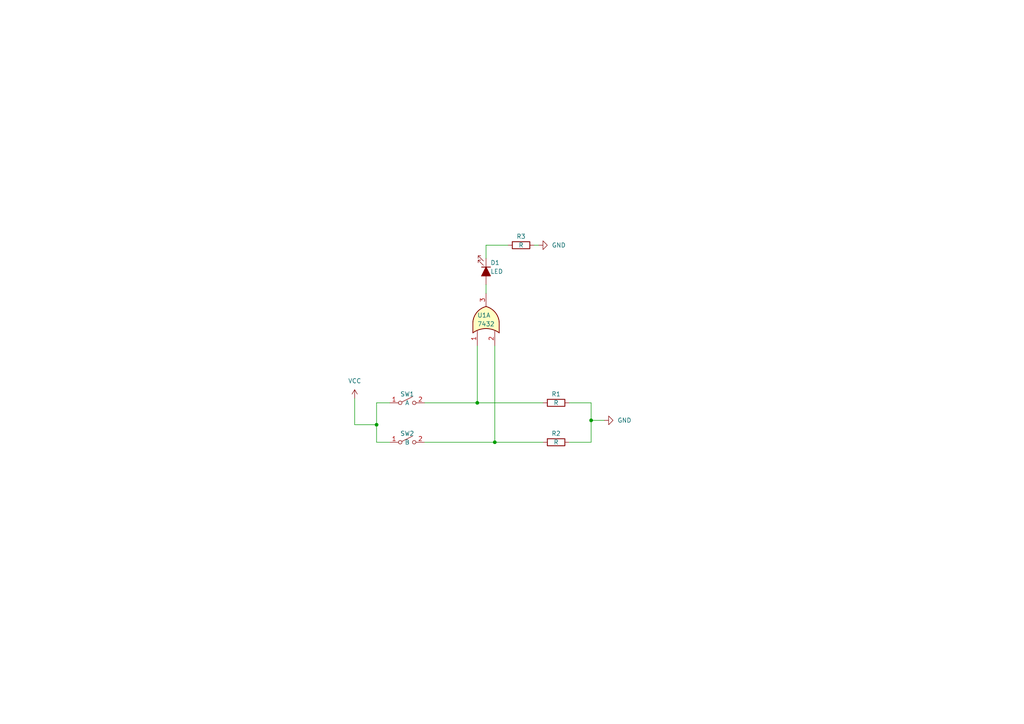
<source format=kicad_sch>
(kicad_sch (version 20211123) (generator eeschema)
  (paper "A4")
  (lib_symbols
    (symbol "74xx:74LS32" (pin_names (offset 1.016))
      (property "Reference" "U" (at 0 1.27 0))
      (property "Value" "74LS32" (at 0 -1.27 0))
      (symbol "74LS32_1_1"
        (arc (start -3.81 -3.81) (mid -2.589 0) (end -3.81 3.81) (stroke (width 0.254)))
        (arc (start -0.6096 -3.81) (mid 2.1842 -2.5851) (end 3.81 0) (stroke (width 0.254)) (fill (type background)))
        (polyline (pts (xy -3.81 -3.81) (xy -0.635 -3.81)) (stroke (width 0.254)) (fill (type background)))
        (polyline (pts (xy -3.81 3.81) (xy -0.635 3.81)) (stroke (width 0.254)) (fill (type background)))
        (polyline (pts (xy -0.635 3.81) (xy -3.81 3.81) (xy -3.81 3.81) (xy -3.556 3.4036) (xy -3.0226 2.2606) (xy -2.6924 1.0414) (xy -2.6162 -0.254) (xy -2.7686 -1.4986) (xy -3.175 -2.7178) (xy -3.81 -3.81) (xy -3.81 -3.81) (xy -0.635 -3.81)) (stroke (width -25.4)) (fill (type background)))
        (arc (start 3.81 0) (mid 2.1915 2.5936) (end -0.6096 3.81) (stroke (width 0.254)) (fill (type background)))
        (pin input line (at -7.62 2.54 0) (length 4.318) (name "~") (number "1"))
        (pin input line (at -7.62 -2.54 0) (length 4.318) (name "~") (number "2"))
        (pin output line (at 7.62 0 180) (length 3.81) (name "~") (number "3"))
      )
      (symbol "74LS32_1_2"
        (arc (start 0 -3.81) (mid 3.81 0) (end 0 3.81) (stroke (width 0.254)) (fill (type background)))
        (polyline (pts (xy 0 3.81) (xy -3.81 3.81) (xy -3.81 -3.81) (xy 0 -3.81)) (stroke (width 0.254)) (fill (type background)))
        (pin input inverted (at -7.62 2.54 0) (length 3.81) (name "~") (number "1"))
        (pin input inverted (at -7.62 -2.54 0) (length 3.81) (name "~") (number "2"))
        (pin output inverted (at 7.62 0 180) (length 3.81) (name "~") (number "3"))
      )
      (symbol "74LS32_2_1"
        (arc (start -3.81 -3.81) (mid -2.589 0) (end -3.81 3.81) (stroke (width 0.254)))
        (arc (start -0.6096 -3.81) (mid 2.1842 -2.5851) (end 3.81 0) (stroke (width 0.254)) (fill (type background)))
        (polyline (pts (xy -3.81 -3.81) (xy -0.635 -3.81)) (stroke (width 0.254)) (fill (type background)))
        (polyline (pts (xy -3.81 3.81) (xy -0.635 3.81)) (stroke (width 0.254)) (fill (type background)))
        (polyline (pts (xy -0.635 3.81) (xy -3.81 3.81) (xy -3.81 3.81) (xy -3.556 3.4036) (xy -3.0226 2.2606) (xy -2.6924 1.0414) (xy -2.6162 -0.254) (xy -2.7686 -1.4986) (xy -3.175 -2.7178) (xy -3.81 -3.81) (xy -3.81 -3.81) (xy -0.635 -3.81)) (stroke (width -25.4)) (fill (type background)))
        (arc (start 3.81 0) (mid 2.1915 2.5936) (end -0.6096 3.81) (stroke (width 0.254)) (fill (type background)))
        (pin input line (at -7.62 2.54 0) (length 4.318) (name "~") (number "4"))
        (pin input line (at -7.62 -2.54 0) (length 4.318) (name "~") (number "5"))
        (pin output line (at 7.62 0 180) (length 3.81) (name "~") (number "6"))
      )
      (symbol "74LS32_2_2"
        (arc (start 0 -3.81) (mid 3.81 0) (end 0 3.81) (stroke (width 0.254)) (fill (type background)))
        (polyline (pts (xy 0 3.81) (xy -3.81 3.81) (xy -3.81 -3.81) (xy 0 -3.81)) (stroke (width 0.254)) (fill (type background)))
        (pin input inverted (at -7.62 2.54 0) (length 3.81) (name "~") (number "4"))
        (pin input inverted (at -7.62 -2.54 0) (length 3.81) (name "~") (number "5"))
        (pin output inverted (at 7.62 0 180) (length 3.81) (name "~") (number "6"))
      )
      (symbol "74LS32_3_1"
        (arc (start -3.81 -3.81) (mid -2.589 0) (end -3.81 3.81) (stroke (width 0.254)))
        (arc (start -0.6096 -3.81) (mid 2.1842 -2.5851) (end 3.81 0) (stroke (width 0.254)) (fill (type background)))
        (polyline (pts (xy -3.81 -3.81) (xy -0.635 -3.81)) (stroke (width 0.254)) (fill (type background)))
        (polyline (pts (xy -3.81 3.81) (xy -0.635 3.81)) (stroke (width 0.254)) (fill (type background)))
        (polyline (pts (xy -0.635 3.81) (xy -3.81 3.81) (xy -3.81 3.81) (xy -3.556 3.4036) (xy -3.0226 2.2606) (xy -2.6924 1.0414) (xy -2.6162 -0.254) (xy -2.7686 -1.4986) (xy -3.175 -2.7178) (xy -3.81 -3.81) (xy -3.81 -3.81) (xy -0.635 -3.81)) (stroke (width -25.4)) (fill (type background)))
        (arc (start 3.81 0) (mid 2.1915 2.5936) (end -0.6096 3.81) (stroke (width 0.254)) (fill (type background)))
        (pin input line (at -7.62 -2.54 0) (length 4.318) (name "~") (number "10"))
        (pin output line (at 7.62 0 180) (length 3.81) (name "~") (number "8"))
        (pin input line (at -7.62 2.54 0) (length 4.318) (name "~") (number "9"))
      )
      (symbol "74LS32_3_2"
        (arc (start 0 -3.81) (mid 3.81 0) (end 0 3.81) (stroke (width 0.254)) (fill (type background)))
        (polyline (pts (xy 0 3.81) (xy -3.81 3.81) (xy -3.81 -3.81) (xy 0 -3.81)) (stroke (width 0.254)) (fill (type background)))
        (pin input inverted (at -7.62 -2.54 0) (length 3.81) (name "~") (number "10"))
        (pin output inverted (at 7.62 0 180) (length 3.81) (name "~") (number "8"))
        (pin input inverted (at -7.62 2.54 0) (length 3.81) (name "~") (number "9"))
      )
      (symbol "74LS32_4_1"
        (arc (start -3.81 -3.81) (mid -2.589 0) (end -3.81 3.81) (stroke (width 0.254)))
        (arc (start -0.6096 -3.81) (mid 2.1842 -2.5851) (end 3.81 0) (stroke (width 0.254)) (fill (type background)))
        (polyline (pts (xy -3.81 -3.81) (xy -0.635 -3.81)) (stroke (width 0.254)) (fill (type background)))
        (polyline (pts (xy -3.81 3.81) (xy -0.635 3.81)) (stroke (width 0.254)) (fill (type background)))
        (polyline (pts (xy -0.635 3.81) (xy -3.81 3.81) (xy -3.81 3.81) (xy -3.556 3.4036) (xy -3.0226 2.2606) (xy -2.6924 1.0414) (xy -2.6162 -0.254) (xy -2.7686 -1.4986) (xy -3.175 -2.7178) (xy -3.81 -3.81) (xy -3.81 -3.81) (xy -0.635 -3.81)) (stroke (width -25.4)) (fill (type background)))
        (arc (start 3.81 0) (mid 2.1915 2.5936) (end -0.6096 3.81) (stroke (width 0.254)) (fill (type background)))
        (pin output line (at 7.62 0 180) (length 3.81) (name "~") (number "11"))
        (pin input line (at -7.62 2.54 0) (length 4.318) (name "~") (number "12"))
        (pin input line (at -7.62 -2.54 0) (length 4.318) (name "~") (number "13"))
      )
      (symbol "74LS32_4_2"
        (arc (start 0 -3.81) (mid 3.81 0) (end 0 3.81) (stroke (width 0.254)) (fill (type background)))
        (polyline (pts (xy 0 3.81) (xy -3.81 3.81) (xy -3.81 -3.81) (xy 0 -3.81)) (stroke (width 0.254)) (fill (type background)))
        (pin output inverted (at 7.62 0 180) (length 3.81) (name "~") (number "11"))
        (pin input inverted (at -7.62 2.54 0) (length 3.81) (name "~") (number "12"))
        (pin input inverted (at -7.62 -2.54 0) (length 3.81) (name "~") (number "13"))
      )
      (symbol "74LS32_5_0"
        (pin power_in line (at 0 12.7 270) (length 5.08) (name "VCC") (number "14"))
        (pin power_in line (at 0 -12.7 90) (length 5.08) (name "GND") (number "7"))
      )
      (symbol "74LS32_5_1"
        (rectangle (start -5.08 7.62) (end 5.08 -7.62) (stroke (width 0.254)) (fill (type background)))
      )
    )
    (symbol "Device:LED_Filled" (pin_numbers hide) (pin_names (offset 1.016) hide)
      (property "Reference" "D" (at 0 2.54 0))
      (property "Value" "LED_Filled" (at 0 -2.54 0))
      (symbol "LED_Filled_0_1"
        (polyline (pts (xy -1.27 -1.27) (xy -1.27 1.27)) (stroke (width 0.254)))
        (polyline (pts (xy -1.27 0) (xy 1.27 0)))
        (polyline (pts (xy 1.27 -1.27) (xy 1.27 1.27) (xy -1.27 0) (xy 1.27 -1.27)) (stroke (width 0.254)) (fill (type outline)))
        (polyline (pts (xy -3.048 -0.762) (xy -4.572 -2.286) (xy -3.81 -2.286) (xy -4.572 -2.286) (xy -4.572 -1.524)))
        (polyline (pts (xy -1.778 -0.762) (xy -3.302 -2.286) (xy -2.54 -2.286) (xy -3.302 -2.286) (xy -3.302 -1.524)))
      )
      (symbol "LED_Filled_1_1"
        (pin passive line (at -3.81 0 0) (length 2.54) (name "K") (number "1"))
        (pin passive line (at 3.81 0 180) (length 2.54) (name "A") (number "2"))
      )
    )
    (symbol "Device:R" (pin_numbers hide) (pin_names (offset 0))
      (property "Reference" "R" (at 2.032 0 90))
      (property "Value" "R" (at 0 0 90))
      (symbol "R_0_1"
        (rectangle (start -1.016 -2.54) (end 1.016 2.54) (stroke (width 0.254)))
      )
      (symbol "R_1_1"
        (pin passive line (at 0 3.81 270) (length 1.27) (name "~") (number "1"))
        (pin passive line (at 0 -3.81 90) (length 1.27) (name "~") (number "2"))
      )
    )
    (symbol "Switch:SW_SPST" (pin_names (offset 0) hide)
      (property "Reference" "SW" (at 0 3.175 0))
      (property "Value" "SW_SPST" (at 0 -2.54 0))
      (symbol "SW_SPST_0_0"
        (circle (center -2.032 0) (radius 0.508))
        (polyline (pts (xy -1.524 0.254) (xy 1.524 1.778)))
        (circle (center 2.032 0) (radius 0.508))
      )
      (symbol "SW_SPST_1_1"
        (pin passive line (at -5.08 0 0) (length 2.54) (name "A") (number "1"))
        (pin passive line (at 5.08 0 180) (length 2.54) (name "B") (number "2"))
      )
    )
    (symbol "power:GND" (power) (pin_names (offset 0))
      (property "Value" "GND" (at 0 -3.81 0))
      (symbol "GND_0_1"
        (polyline (pts (xy 0 0) (xy 0 -1.27) (xy 1.27 -1.27) (xy 0 -2.54) (xy -1.27 -1.27) (xy 0 -1.27)))
      )
      (symbol "GND_1_1"
        (pin power_in line (at 0 0 270) (length 0) hide (name "GND") (number "1"))
      )
    )
    (symbol "power:VCC" (power) (pin_names (offset 0))
      (property "Value" "VCC" (at 0 3.81 0))
      (symbol "VCC_0_1"
        (polyline (pts (xy -0.762 1.27) (xy 0 2.54)))
        (polyline (pts (xy 0 0) (xy 0 2.54)))
        (polyline (pts (xy 0 2.54) (xy 0.762 1.27)))
      )
      (symbol "VCC_1_1"
        (pin power_in line (at 0 0 90) (length 0) hide (name "VCC") (number "1"))
      )
    )
  )
  (junction (at 171.45 121.92))
  (junction (at 138.43 116.84))
  (junction (at 109.22 123.19))
  (junction (at 143.51 128.27))
  (wire (pts (xy 138.43 116.84) (xy 157.48 116.84)))
  (wire (pts (xy 171.45 116.84) (xy 171.45 121.92)))
  (wire (pts (xy 165.1 116.84) (xy 171.45 116.84)))
  (wire (pts (xy 102.87 115.57) (xy 102.87 123.19)))
  (wire (pts (xy 109.22 123.19) (xy 109.22 128.27)))
  (wire (pts (xy 171.45 121.92) (xy 171.45 128.27)))
  (wire (pts (xy 109.22 123.19) (xy 109.22 116.84)))
  (wire (pts (xy 171.45 128.27) (xy 165.1 128.27)))
  (wire (pts (xy 109.22 128.27) (xy 113.03 128.27)))
  (wire (pts (xy 143.51 128.27) (xy 157.48 128.27)))
  (wire (pts (xy 138.43 100.33) (xy 138.43 116.84)))
  (wire (pts (xy 171.45 121.92) (xy 175.26 121.92)))
  (wire (pts (xy 123.19 128.27) (xy 143.51 128.27)))
  (wire (pts (xy 109.22 116.84) (xy 113.03 116.84)))
  (wire (pts (xy 140.97 71.12) (xy 147.32 71.12)))
  (wire (pts (xy 154.94 71.12) (xy 156.21 71.12)))
  (wire (pts (xy 123.19 116.84) (xy 138.43 116.84)))
  (wire (pts (xy 102.87 123.19) (xy 109.22 123.19)))
  (wire (pts (xy 140.97 82.55) (xy 140.97 85.09)))
  (wire (pts (xy 143.51 100.33) (xy 143.51 128.27)))
  (wire (pts (xy 140.97 74.93) (xy 140.97 71.12)))
  (symbol (lib_id "Device:R") (at 161.29 128.27 90) (unit 1)
    (property "Reference" "R2" (at 161.29 125.73 90))
    (property "Value" "R" (at 161.29 128.27 90))
  )
  (symbol (lib_id "power:GND") (at 156.21 71.12 90) (unit 1)
    (property "Reference" "#PWR?" (effects hide))
    (property "Value" "GND" (at 160.02 71.1199 90) (effects (justify right)))
  )
  (symbol (lib_id "Switch:SW_SPST") (at 118.11 128.27 0) (unit 1)
    (property "Reference" "SW2" (at 118.11 125.73 0))
    (property "Value" "B" (at 118.11 128.27 0))
  )
  (symbol (lib_id "power:GND") (at 175.26 121.92 90) (unit 1)
    (property "Reference" "#PWR?" (effects hide))
    (property "Value" "GND" (at 179.07 121.9199 90) (effects (justify right)))
  )
  (symbol (lib_id "74xx:74LS32") (at 140.97 92.71 90) (unit 1)
    (property "Reference" "U1" (at 138.43 91.44 90) (effects (justify right)))
    (property "Value" "7432" (at 138.43 93.98 90) (effects (justify right)))
    (property "Datasheet" "http://www.ti.com/lit/gpn/sn74LS32" (effects hide))
  )
  (symbol (lib_id "Switch:SW_SPST") (at 118.11 116.84 0) (unit 1)
    (property "Reference" "SW1" (at 118.11 114.3 0))
    (property "Value" "A" (at 118.11 116.84 0))
  )
  (symbol (lib_id "power:VCC") (at 102.87 115.57 0) (unit 1)
    (property "Reference" "#PWR?" (effects hide))
    (property "Value" "VCC" (at 102.87 110.49 0))
  )
  (symbol (lib_id "Device:R") (at 161.29 116.84 90) (unit 1)
    (property "Reference" "R1" (at 161.29 114.3 90))
    (property "Value" "R" (at 161.29 116.84 90))
  )
  (symbol (lib_id "Device:LED_Filled") (at 140.97 78.74 270) (unit 1)
    (property "Reference" "D1" (at 142.24 76.2 90) (effects (justify left)))
    (property "Value" "LED" (at 142.24 78.74 90) (effects (justify left)))
  )
  (symbol (lib_id "Device:R") (at 151.13 71.12 90) (unit 1)
    (property "Reference" "R3" (at 151.13 68.58 90))
    (property "Value" "R" (at 151.13 71.12 90))
  )
)
</source>
